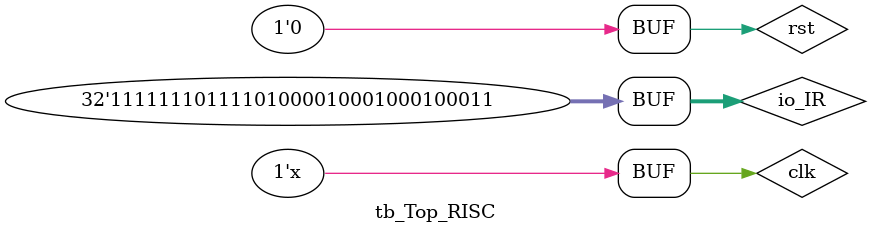
<source format=v>
`timescale 1ns / 1ps


module tb_Top_RISC;

	// Inputs
	reg 			clk;
	reg 			rst;
	reg [31:0]	InsR;
	reg [31:0]	io_IR;
	
	
	always begin
		
		clk = ~clk;
		#50;
	
	end
	
	always@(posedge clk) begin
		//#99;
		InsR <= io_IR;
	end

	// Instantiate the Unit Under Test (UUT)
	Top_RISC uut (
		.clk(clk), 
		.rst(rst), 
		.InsR(InsR)
	);

	initial begin
		// Initialize Inputs
		clk = 1;
		rst = 1;
		InsR = 0;
		io_IR = 0;

		// Wait 100 ns for global reset to finish
		#100;
		rst = 0;
		#100;
        
		// Add stimulus here
		
		io_IR = 32'hfe010113; #100; //addi	sp,sp,-3
		io_IR = 32'h00812e23; #100; //sw	s0,28(sp)
		io_IR = 32'h02010413; #100; //addi	s0,sp,32
		io_IR = 32'h00500793; #100; //li	a5,5
		io_IR = 32'hfef42623; #100; //sw	a5,-20(s0)
		io_IR = 32'h00a00793; #100; //li	a5,10
		io_IR = 32'hfef42423; #100; //sw	a5,-24(s0)
		io_IR = 32'hfec42703; #100; //lw	a4,-20(s0)
		io_IR = 32'hfe842783; #100; //lw	a5,-24(s0)
		io_IR = 32'h00f707b3; #100; //add	a5,a4,a5
		io_IR = 32'hfef42223; #100; //sw	a5,-28(s0)

	end
      
endmodule


</source>
